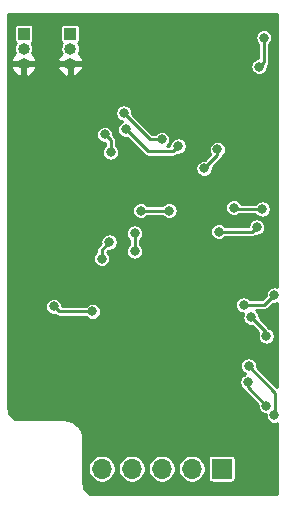
<source format=gbr>
%TF.GenerationSoftware,KiCad,Pcbnew,(5.1.6)-1*%
%TF.CreationDate,2021-06-22T07:47:15-05:00*%
%TF.ProjectId,Sapphire_AnalogMic,53617070-6869-4726-955f-416e616c6f67,rev?*%
%TF.SameCoordinates,Original*%
%TF.FileFunction,Copper,L2,Bot*%
%TF.FilePolarity,Positive*%
%FSLAX46Y46*%
G04 Gerber Fmt 4.6, Leading zero omitted, Abs format (unit mm)*
G04 Created by KiCad (PCBNEW (5.1.6)-1) date 2021-06-22 07:47:15*
%MOMM*%
%LPD*%
G01*
G04 APERTURE LIST*
%TA.AperFunction,ComponentPad*%
%ADD10O,1.000000X1.000000*%
%TD*%
%TA.AperFunction,ComponentPad*%
%ADD11R,1.000000X1.000000*%
%TD*%
%TA.AperFunction,ComponentPad*%
%ADD12O,1.700000X1.700000*%
%TD*%
%TA.AperFunction,ComponentPad*%
%ADD13R,1.700000X1.700000*%
%TD*%
%TA.AperFunction,ViaPad*%
%ADD14C,0.800000*%
%TD*%
%TA.AperFunction,ViaPad*%
%ADD15C,0.381000*%
%TD*%
%TA.AperFunction,Conductor*%
%ADD16C,0.250000*%
%TD*%
%TA.AperFunction,Conductor*%
%ADD17C,0.254000*%
%TD*%
G04 APERTURE END LIST*
D10*
%TO.P,J103,3*%
%TO.N,GNDA*%
X110871000Y-97790000D03*
%TO.P,J103,2*%
%TO.N,/MIC_OUT+*%
X110871000Y-96520000D03*
D11*
%TO.P,J103,1*%
%TO.N,+3V0*%
X110871000Y-95250000D03*
%TD*%
D10*
%TO.P,J102,3*%
%TO.N,GNDA*%
X114808000Y-97790000D03*
%TO.P,J102,2*%
%TO.N,Net-(J102-Pad2)*%
X114808000Y-96520000D03*
D11*
%TO.P,J102,1*%
%TO.N,+3V0*%
X114808000Y-95250000D03*
%TD*%
D12*
%TO.P,J101,5*%
%TO.N,/I2C_SDA*%
X117475000Y-132080000D03*
%TO.P,J101,4*%
%TO.N,/I2C_SCL*%
X120015000Y-132080000D03*
%TO.P,J101,3*%
%TO.N,/PGND*%
X122555000Y-132080000D03*
%TO.P,J101,2*%
%TO.N,/FILTER_CLOCK*%
X125095000Y-132080000D03*
D13*
%TO.P,J101,1*%
%TO.N,/P3V3*%
X127635000Y-132080000D03*
%TD*%
D14*
%TO.N,GNDA*%
X120650000Y-119380000D03*
X125095000Y-113665000D03*
X121220009Y-128045009D03*
X114033259Y-106135542D03*
X125604988Y-99538317D03*
X130810000Y-102235000D03*
X116205000Y-127000000D03*
X121673150Y-108614974D03*
X112680333Y-120357884D03*
X125730000Y-117729000D03*
X125730000Y-119697500D03*
X115380000Y-114668790D03*
X125285500Y-125730000D03*
X113030000Y-96520000D03*
X110490000Y-105410000D03*
X110490000Y-110490000D03*
X110490000Y-115570000D03*
X110490000Y-119380000D03*
X110490000Y-123190000D03*
X110490000Y-127000000D03*
X119380000Y-110490000D03*
X129540000Y-128270000D03*
X116840000Y-99060000D03*
X116840000Y-93980000D03*
X110490000Y-93980000D03*
X132080000Y-93980000D03*
X130810000Y-105410000D03*
X127000000Y-110490000D03*
X129540000Y-127000000D03*
X129540000Y-130810000D03*
X113792000Y-115570000D03*
X113792000Y-110490000D03*
X118110000Y-118364000D03*
X113538000Y-121920000D03*
X125984000Y-124206000D03*
X125095000Y-115189000D03*
X126365000Y-104140000D03*
X126873000Y-99314000D03*
X126302070Y-127826070D03*
X122682000Y-116459000D03*
X121920000Y-120523000D03*
X117475000Y-115697000D03*
X121539000Y-112141000D03*
X126873861Y-102371868D03*
X117470628Y-102811753D03*
X119009641Y-106661896D03*
D15*
X112395000Y-102870000D03*
X125857000Y-105537000D03*
D14*
X127508000Y-109347000D03*
D15*
X130683000Y-108585000D03*
X114935000Y-101727000D03*
X123850500Y-128117500D03*
X118745000Y-127000000D03*
X118745000Y-128270000D03*
X118745000Y-129540000D03*
D14*
%TO.N,+3.3VADC*%
X120269000Y-112141000D03*
X120269000Y-113665000D03*
X131206262Y-95592845D03*
X130810000Y-98044000D03*
%TO.N,+1V5*%
X123190000Y-110236000D03*
X120777000Y-110235998D03*
X119356420Y-101969645D03*
X126153437Y-106655640D03*
X122563456Y-104195703D03*
X127283313Y-105049000D03*
%TO.N,/FILTER_CLOCK*%
X131065422Y-110109000D03*
X128651000Y-109982000D03*
%TO.N,+3V0*%
X116700248Y-118757748D03*
X113411000Y-118332842D03*
%TO.N,/I2C_SDA*%
X132089990Y-127573556D03*
X129500404Y-118218110D03*
X129921000Y-123380498D03*
X132089990Y-117376452D03*
%TO.N,/I2C_SCL*%
X130131018Y-119278848D03*
X131418490Y-126767970D03*
X131408010Y-120863955D03*
X129857500Y-124760657D03*
%TO.N,/FILTER_IN*%
X117475000Y-114300000D03*
X118110000Y-112903000D03*
%TO.N,/FILTER_OUT*%
X123952000Y-104774384D03*
X119507001Y-103352800D03*
%TO.N,/FILT_SHDN*%
X127381000Y-112014000D03*
X130615411Y-111633000D03*
%TO.N,/MIC_OUT-*%
X117741056Y-103774506D03*
X118237000Y-105283020D03*
%TD*%
D16*
%TO.N,+3.3VADC*%
X120269000Y-112141000D02*
X120269000Y-113665000D01*
X131206262Y-97647738D02*
X130810000Y-98044000D01*
X131206262Y-95592845D02*
X131206262Y-97647738D01*
%TO.N,+1V5*%
X123253500Y-110236000D02*
X120777002Y-110236000D01*
X120777002Y-110236000D02*
X120777000Y-110235998D01*
X119356420Y-101969645D02*
X121582478Y-104195703D01*
X121582478Y-104195703D02*
X122563456Y-104195703D01*
X126153437Y-106655640D02*
X127283313Y-105525764D01*
X127283313Y-105525764D02*
X127283313Y-105049000D01*
%TO.N,/FILTER_CLOCK*%
X131065422Y-110109000D02*
X128778000Y-110109000D01*
X128778000Y-110109000D02*
X128651000Y-109982000D01*
%TO.N,+3V0*%
X113835906Y-118757748D02*
X113411000Y-118332842D01*
X116700248Y-118757748D02*
X113835906Y-118757748D01*
%TO.N,/I2C_SDA*%
X132182920Y-125642418D02*
X129921000Y-123380498D01*
X132089990Y-127573556D02*
X132182920Y-127480626D01*
X132182920Y-127480626D02*
X132182920Y-125642418D01*
X131248332Y-118218110D02*
X132089990Y-117376452D01*
X129500404Y-118218110D02*
X131248332Y-118218110D01*
%TO.N,/I2C_SCL*%
X131408010Y-120555840D02*
X131408010Y-120863955D01*
X130131018Y-119278848D02*
X131408010Y-120555840D01*
X131418490Y-126767970D02*
X129857500Y-125206980D01*
X129857500Y-125206980D02*
X129857500Y-124760657D01*
%TO.N,/FILTER_IN*%
X117475000Y-113538000D02*
X118110000Y-112903000D01*
X117475000Y-114300000D02*
X117475000Y-113538000D01*
%TO.N,/FILTER_OUT*%
X121373418Y-105219217D02*
X119507001Y-103352800D01*
X123507167Y-105219217D02*
X121373418Y-105219217D01*
X123952000Y-104774384D02*
X123507167Y-105219217D01*
%TO.N,/FILT_SHDN*%
X127381000Y-112014000D02*
X130234411Y-112014000D01*
X130234411Y-112014000D02*
X130615411Y-111633000D01*
%TO.N,/MIC_OUT-*%
X117741056Y-103774506D02*
X118237000Y-104270450D01*
X118237000Y-104270450D02*
X118237000Y-105283020D01*
%TD*%
D17*
%TO.N,GNDA*%
G36*
X132359800Y-100982442D02*
G01*
X132359801Y-100982452D01*
X132359801Y-116697848D01*
X132302981Y-116674313D01*
X132161908Y-116646252D01*
X132018072Y-116646252D01*
X131876999Y-116674313D01*
X131744111Y-116729357D01*
X131624515Y-116809269D01*
X131522807Y-116910977D01*
X131442895Y-117030573D01*
X131387851Y-117163461D01*
X131359790Y-117304534D01*
X131359790Y-117448370D01*
X131362201Y-117460491D01*
X131059783Y-117762910D01*
X130074453Y-117762910D01*
X130067587Y-117752635D01*
X129965879Y-117650927D01*
X129846283Y-117571015D01*
X129713395Y-117515971D01*
X129572322Y-117487910D01*
X129428486Y-117487910D01*
X129287413Y-117515971D01*
X129154525Y-117571015D01*
X129034929Y-117650927D01*
X128933221Y-117752635D01*
X128853309Y-117872231D01*
X128798265Y-118005119D01*
X128770204Y-118146192D01*
X128770204Y-118290028D01*
X128798265Y-118431101D01*
X128853309Y-118563989D01*
X128933221Y-118683585D01*
X129034929Y-118785293D01*
X129154525Y-118865205D01*
X129287413Y-118920249D01*
X129428486Y-118948310D01*
X129477569Y-118948310D01*
X129428879Y-119065857D01*
X129400818Y-119206930D01*
X129400818Y-119350766D01*
X129428879Y-119491839D01*
X129483923Y-119624727D01*
X129563835Y-119744323D01*
X129665543Y-119846031D01*
X129785139Y-119925943D01*
X129918027Y-119980987D01*
X130059100Y-120009048D01*
X130202936Y-120009048D01*
X130215058Y-120006637D01*
X130750834Y-120542414D01*
X130705871Y-120650964D01*
X130677810Y-120792037D01*
X130677810Y-120935873D01*
X130705871Y-121076946D01*
X130760915Y-121209834D01*
X130840827Y-121329430D01*
X130942535Y-121431138D01*
X131062131Y-121511050D01*
X131195019Y-121566094D01*
X131336092Y-121594155D01*
X131479928Y-121594155D01*
X131621001Y-121566094D01*
X131753889Y-121511050D01*
X131873485Y-121431138D01*
X131975193Y-121329430D01*
X132055105Y-121209834D01*
X132110149Y-121076946D01*
X132138210Y-120935873D01*
X132138210Y-120792037D01*
X132110149Y-120650964D01*
X132055105Y-120518076D01*
X131975193Y-120398480D01*
X131873485Y-120296772D01*
X131753889Y-120216860D01*
X131683711Y-120187792D01*
X130858807Y-119362888D01*
X130861218Y-119350766D01*
X130861218Y-119206930D01*
X130833157Y-119065857D01*
X130778113Y-118932969D01*
X130698201Y-118813373D01*
X130596493Y-118711665D01*
X130539091Y-118673310D01*
X131225983Y-118673310D01*
X131248332Y-118675511D01*
X131270681Y-118673310D01*
X131270689Y-118673310D01*
X131337567Y-118666723D01*
X131423372Y-118640694D01*
X131502451Y-118598426D01*
X131571764Y-118541542D01*
X131586020Y-118524171D01*
X132005951Y-118104241D01*
X132018072Y-118106652D01*
X132161908Y-118106652D01*
X132302981Y-118078591D01*
X132359800Y-118055056D01*
X132359800Y-125175548D01*
X130648789Y-123464538D01*
X130651200Y-123452416D01*
X130651200Y-123308580D01*
X130623139Y-123167507D01*
X130568095Y-123034619D01*
X130488183Y-122915023D01*
X130386475Y-122813315D01*
X130266879Y-122733403D01*
X130133991Y-122678359D01*
X129992918Y-122650298D01*
X129849082Y-122650298D01*
X129708009Y-122678359D01*
X129575121Y-122733403D01*
X129455525Y-122813315D01*
X129353817Y-122915023D01*
X129273905Y-123034619D01*
X129218861Y-123167507D01*
X129190800Y-123308580D01*
X129190800Y-123452416D01*
X129218861Y-123593489D01*
X129273905Y-123726377D01*
X129353817Y-123845973D01*
X129455525Y-123947681D01*
X129575121Y-124027593D01*
X129648070Y-124057810D01*
X129644509Y-124058518D01*
X129511621Y-124113562D01*
X129392025Y-124193474D01*
X129290317Y-124295182D01*
X129210405Y-124414778D01*
X129155361Y-124547666D01*
X129127300Y-124688739D01*
X129127300Y-124832575D01*
X129155361Y-124973648D01*
X129210405Y-125106536D01*
X129290317Y-125226132D01*
X129392025Y-125327840D01*
X129425206Y-125350011D01*
X129434916Y-125382019D01*
X129477184Y-125461098D01*
X129534068Y-125530412D01*
X129551439Y-125544668D01*
X130690701Y-126683931D01*
X130688290Y-126696052D01*
X130688290Y-126839888D01*
X130716351Y-126980961D01*
X130771395Y-127113849D01*
X130851307Y-127233445D01*
X130953015Y-127335153D01*
X131072611Y-127415065D01*
X131205499Y-127470109D01*
X131346572Y-127498170D01*
X131360480Y-127498170D01*
X131359790Y-127501638D01*
X131359790Y-127645474D01*
X131387851Y-127786547D01*
X131442895Y-127919435D01*
X131522807Y-128039031D01*
X131624515Y-128140739D01*
X131744111Y-128220651D01*
X131876999Y-128275695D01*
X132018072Y-128303756D01*
X132161908Y-128303756D01*
X132302981Y-128275695D01*
X132359800Y-128252160D01*
X132359800Y-134264800D01*
X116857375Y-134264800D01*
X116662646Y-134245707D01*
X116492046Y-134194199D01*
X116334700Y-134110537D01*
X116196603Y-133997908D01*
X116083006Y-133860593D01*
X115998251Y-133703843D01*
X115945552Y-133533601D01*
X115925200Y-133339958D01*
X115925200Y-131963760D01*
X116294800Y-131963760D01*
X116294800Y-132196240D01*
X116340155Y-132424252D01*
X116429121Y-132639034D01*
X116558279Y-132832333D01*
X116722667Y-132996721D01*
X116915966Y-133125879D01*
X117130748Y-133214845D01*
X117358760Y-133260200D01*
X117591240Y-133260200D01*
X117819252Y-133214845D01*
X118034034Y-133125879D01*
X118227333Y-132996721D01*
X118391721Y-132832333D01*
X118520879Y-132639034D01*
X118609845Y-132424252D01*
X118655200Y-132196240D01*
X118655200Y-131963760D01*
X118834800Y-131963760D01*
X118834800Y-132196240D01*
X118880155Y-132424252D01*
X118969121Y-132639034D01*
X119098279Y-132832333D01*
X119262667Y-132996721D01*
X119455966Y-133125879D01*
X119670748Y-133214845D01*
X119898760Y-133260200D01*
X120131240Y-133260200D01*
X120359252Y-133214845D01*
X120574034Y-133125879D01*
X120767333Y-132996721D01*
X120931721Y-132832333D01*
X121060879Y-132639034D01*
X121149845Y-132424252D01*
X121195200Y-132196240D01*
X121195200Y-131963760D01*
X121374800Y-131963760D01*
X121374800Y-132196240D01*
X121420155Y-132424252D01*
X121509121Y-132639034D01*
X121638279Y-132832333D01*
X121802667Y-132996721D01*
X121995966Y-133125879D01*
X122210748Y-133214845D01*
X122438760Y-133260200D01*
X122671240Y-133260200D01*
X122899252Y-133214845D01*
X123114034Y-133125879D01*
X123307333Y-132996721D01*
X123471721Y-132832333D01*
X123600879Y-132639034D01*
X123689845Y-132424252D01*
X123735200Y-132196240D01*
X123735200Y-131963760D01*
X123914800Y-131963760D01*
X123914800Y-132196240D01*
X123960155Y-132424252D01*
X124049121Y-132639034D01*
X124178279Y-132832333D01*
X124342667Y-132996721D01*
X124535966Y-133125879D01*
X124750748Y-133214845D01*
X124978760Y-133260200D01*
X125211240Y-133260200D01*
X125439252Y-133214845D01*
X125654034Y-133125879D01*
X125847333Y-132996721D01*
X126011721Y-132832333D01*
X126140879Y-132639034D01*
X126229845Y-132424252D01*
X126275200Y-132196240D01*
X126275200Y-131963760D01*
X126229845Y-131735748D01*
X126140879Y-131520966D01*
X126011721Y-131327667D01*
X125914054Y-131230000D01*
X126453203Y-131230000D01*
X126453203Y-132930000D01*
X126459578Y-132994730D01*
X126478460Y-133056973D01*
X126509121Y-133114337D01*
X126550384Y-133164616D01*
X126600663Y-133205879D01*
X126658027Y-133236540D01*
X126720270Y-133255422D01*
X126785000Y-133261797D01*
X128485000Y-133261797D01*
X128549730Y-133255422D01*
X128611973Y-133236540D01*
X128669337Y-133205879D01*
X128719616Y-133164616D01*
X128760879Y-133114337D01*
X128791540Y-133056973D01*
X128810422Y-132994730D01*
X128816797Y-132930000D01*
X128816797Y-131230000D01*
X128810422Y-131165270D01*
X128791540Y-131103027D01*
X128760879Y-131045663D01*
X128719616Y-130995384D01*
X128669337Y-130954121D01*
X128611973Y-130923460D01*
X128549730Y-130904578D01*
X128485000Y-130898203D01*
X126785000Y-130898203D01*
X126720270Y-130904578D01*
X126658027Y-130923460D01*
X126600663Y-130954121D01*
X126550384Y-130995384D01*
X126509121Y-131045663D01*
X126478460Y-131103027D01*
X126459578Y-131165270D01*
X126453203Y-131230000D01*
X125914054Y-131230000D01*
X125847333Y-131163279D01*
X125654034Y-131034121D01*
X125439252Y-130945155D01*
X125211240Y-130899800D01*
X124978760Y-130899800D01*
X124750748Y-130945155D01*
X124535966Y-131034121D01*
X124342667Y-131163279D01*
X124178279Y-131327667D01*
X124049121Y-131520966D01*
X123960155Y-131735748D01*
X123914800Y-131963760D01*
X123735200Y-131963760D01*
X123689845Y-131735748D01*
X123600879Y-131520966D01*
X123471721Y-131327667D01*
X123307333Y-131163279D01*
X123114034Y-131034121D01*
X122899252Y-130945155D01*
X122671240Y-130899800D01*
X122438760Y-130899800D01*
X122210748Y-130945155D01*
X121995966Y-131034121D01*
X121802667Y-131163279D01*
X121638279Y-131327667D01*
X121509121Y-131520966D01*
X121420155Y-131735748D01*
X121374800Y-131963760D01*
X121195200Y-131963760D01*
X121149845Y-131735748D01*
X121060879Y-131520966D01*
X120931721Y-131327667D01*
X120767333Y-131163279D01*
X120574034Y-131034121D01*
X120359252Y-130945155D01*
X120131240Y-130899800D01*
X119898760Y-130899800D01*
X119670748Y-130945155D01*
X119455966Y-131034121D01*
X119262667Y-131163279D01*
X119098279Y-131327667D01*
X118969121Y-131520966D01*
X118880155Y-131735748D01*
X118834800Y-131963760D01*
X118655200Y-131963760D01*
X118609845Y-131735748D01*
X118520879Y-131520966D01*
X118391721Y-131327667D01*
X118227333Y-131163279D01*
X118034034Y-131034121D01*
X117819252Y-130945155D01*
X117591240Y-130899800D01*
X117358760Y-130899800D01*
X117130748Y-130945155D01*
X116915966Y-131034121D01*
X116722667Y-131163279D01*
X116558279Y-131327667D01*
X116429121Y-131520966D01*
X116340155Y-131735748D01*
X116294800Y-131963760D01*
X115925200Y-131963760D01*
X115925200Y-129522557D01*
X115923652Y-129506838D01*
X115923707Y-129498942D01*
X115923223Y-129494006D01*
X115897315Y-129247503D01*
X115890844Y-129215977D01*
X115884809Y-129184342D01*
X115883376Y-129179595D01*
X115810081Y-128942819D01*
X115797594Y-128913113D01*
X115785545Y-128883292D01*
X115783217Y-128878914D01*
X115783217Y-128878913D01*
X115783214Y-128878909D01*
X115665329Y-128660884D01*
X115647346Y-128634224D01*
X115629698Y-128607255D01*
X115626564Y-128603411D01*
X115468571Y-128412431D01*
X115445701Y-128389721D01*
X115423202Y-128366746D01*
X115419382Y-128363585D01*
X115227304Y-128206930D01*
X115200491Y-128189115D01*
X115173924Y-128170925D01*
X115169562Y-128168566D01*
X114950715Y-128052204D01*
X114920954Y-128039937D01*
X114891361Y-128027254D01*
X114886624Y-128025787D01*
X114649343Y-127954147D01*
X114617744Y-127947891D01*
X114586271Y-127941201D01*
X114581340Y-127940682D01*
X114334661Y-127916495D01*
X114334653Y-127916495D01*
X114317443Y-127914800D01*
X110507375Y-127914800D01*
X110312646Y-127895707D01*
X110142046Y-127844199D01*
X109984700Y-127760537D01*
X109846603Y-127647908D01*
X109733006Y-127510593D01*
X109648251Y-127353843D01*
X109595552Y-127183601D01*
X109575200Y-126989958D01*
X109575200Y-118260924D01*
X112680800Y-118260924D01*
X112680800Y-118404760D01*
X112708861Y-118545833D01*
X112763905Y-118678721D01*
X112843817Y-118798317D01*
X112945525Y-118900025D01*
X113065121Y-118979937D01*
X113198009Y-119034981D01*
X113339082Y-119063042D01*
X113482918Y-119063042D01*
X113495039Y-119060631D01*
X113498222Y-119063814D01*
X113512474Y-119081180D01*
X113529839Y-119095431D01*
X113581787Y-119138064D01*
X113660866Y-119180332D01*
X113746671Y-119206361D01*
X113835906Y-119215150D01*
X113858263Y-119212948D01*
X116126199Y-119212948D01*
X116133065Y-119223223D01*
X116234773Y-119324931D01*
X116354369Y-119404843D01*
X116487257Y-119459887D01*
X116628330Y-119487948D01*
X116772166Y-119487948D01*
X116913239Y-119459887D01*
X117046127Y-119404843D01*
X117165723Y-119324931D01*
X117267431Y-119223223D01*
X117347343Y-119103627D01*
X117402387Y-118970739D01*
X117430448Y-118829666D01*
X117430448Y-118685830D01*
X117402387Y-118544757D01*
X117347343Y-118411869D01*
X117267431Y-118292273D01*
X117165723Y-118190565D01*
X117046127Y-118110653D01*
X116913239Y-118055609D01*
X116772166Y-118027548D01*
X116628330Y-118027548D01*
X116487257Y-118055609D01*
X116354369Y-118110653D01*
X116234773Y-118190565D01*
X116133065Y-118292273D01*
X116126199Y-118302548D01*
X114141200Y-118302548D01*
X114141200Y-118260924D01*
X114113139Y-118119851D01*
X114058095Y-117986963D01*
X113978183Y-117867367D01*
X113876475Y-117765659D01*
X113756879Y-117685747D01*
X113623991Y-117630703D01*
X113482918Y-117602642D01*
X113339082Y-117602642D01*
X113198009Y-117630703D01*
X113065121Y-117685747D01*
X112945525Y-117765659D01*
X112843817Y-117867367D01*
X112763905Y-117986963D01*
X112708861Y-118119851D01*
X112680800Y-118260924D01*
X109575200Y-118260924D01*
X109575200Y-114228082D01*
X116744800Y-114228082D01*
X116744800Y-114371918D01*
X116772861Y-114512991D01*
X116827905Y-114645879D01*
X116907817Y-114765475D01*
X117009525Y-114867183D01*
X117129121Y-114947095D01*
X117262009Y-115002139D01*
X117403082Y-115030200D01*
X117546918Y-115030200D01*
X117687991Y-115002139D01*
X117820879Y-114947095D01*
X117940475Y-114867183D01*
X118042183Y-114765475D01*
X118122095Y-114645879D01*
X118177139Y-114512991D01*
X118205200Y-114371918D01*
X118205200Y-114228082D01*
X118177139Y-114087009D01*
X118122095Y-113954121D01*
X118042183Y-113834525D01*
X117940475Y-113732817D01*
X117930558Y-113726191D01*
X118025960Y-113630789D01*
X118038082Y-113633200D01*
X118181918Y-113633200D01*
X118322991Y-113605139D01*
X118455879Y-113550095D01*
X118575475Y-113470183D01*
X118677183Y-113368475D01*
X118757095Y-113248879D01*
X118812139Y-113115991D01*
X118840200Y-112974918D01*
X118840200Y-112831082D01*
X118812139Y-112690009D01*
X118757095Y-112557121D01*
X118677183Y-112437525D01*
X118575475Y-112335817D01*
X118455879Y-112255905D01*
X118322991Y-112200861D01*
X118181918Y-112172800D01*
X118038082Y-112172800D01*
X117897009Y-112200861D01*
X117764121Y-112255905D01*
X117644525Y-112335817D01*
X117542817Y-112437525D01*
X117462905Y-112557121D01*
X117407861Y-112690009D01*
X117379800Y-112831082D01*
X117379800Y-112974918D01*
X117382211Y-112987040D01*
X117168935Y-113200316D01*
X117151569Y-113214568D01*
X117094685Y-113283881D01*
X117075849Y-113319121D01*
X117052417Y-113362960D01*
X117026387Y-113448766D01*
X117017599Y-113538000D01*
X117019801Y-113560359D01*
X117019801Y-113725951D01*
X117009525Y-113732817D01*
X116907817Y-113834525D01*
X116827905Y-113954121D01*
X116772861Y-114087009D01*
X116744800Y-114228082D01*
X109575200Y-114228082D01*
X109575200Y-112069082D01*
X119538800Y-112069082D01*
X119538800Y-112212918D01*
X119566861Y-112353991D01*
X119621905Y-112486879D01*
X119701817Y-112606475D01*
X119803525Y-112708183D01*
X119813800Y-112715049D01*
X119813801Y-113090951D01*
X119803525Y-113097817D01*
X119701817Y-113199525D01*
X119621905Y-113319121D01*
X119566861Y-113452009D01*
X119538800Y-113593082D01*
X119538800Y-113736918D01*
X119566861Y-113877991D01*
X119621905Y-114010879D01*
X119701817Y-114130475D01*
X119803525Y-114232183D01*
X119923121Y-114312095D01*
X120056009Y-114367139D01*
X120197082Y-114395200D01*
X120340918Y-114395200D01*
X120481991Y-114367139D01*
X120614879Y-114312095D01*
X120734475Y-114232183D01*
X120836183Y-114130475D01*
X120916095Y-114010879D01*
X120971139Y-113877991D01*
X120999200Y-113736918D01*
X120999200Y-113593082D01*
X120971139Y-113452009D01*
X120916095Y-113319121D01*
X120836183Y-113199525D01*
X120734475Y-113097817D01*
X120724200Y-113090951D01*
X120724200Y-112715049D01*
X120734475Y-112708183D01*
X120836183Y-112606475D01*
X120916095Y-112486879D01*
X120971139Y-112353991D01*
X120999200Y-112212918D01*
X120999200Y-112069082D01*
X120973939Y-111942082D01*
X126650800Y-111942082D01*
X126650800Y-112085918D01*
X126678861Y-112226991D01*
X126733905Y-112359879D01*
X126813817Y-112479475D01*
X126915525Y-112581183D01*
X127035121Y-112661095D01*
X127168009Y-112716139D01*
X127309082Y-112744200D01*
X127452918Y-112744200D01*
X127593991Y-112716139D01*
X127726879Y-112661095D01*
X127846475Y-112581183D01*
X127948183Y-112479475D01*
X127955049Y-112469200D01*
X130212062Y-112469200D01*
X130234411Y-112471401D01*
X130256760Y-112469200D01*
X130256768Y-112469200D01*
X130323646Y-112462613D01*
X130409451Y-112436584D01*
X130488530Y-112394316D01*
X130529771Y-112360470D01*
X130543493Y-112363200D01*
X130687329Y-112363200D01*
X130828402Y-112335139D01*
X130961290Y-112280095D01*
X131080886Y-112200183D01*
X131182594Y-112098475D01*
X131262506Y-111978879D01*
X131317550Y-111845991D01*
X131345611Y-111704918D01*
X131345611Y-111561082D01*
X131317550Y-111420009D01*
X131262506Y-111287121D01*
X131182594Y-111167525D01*
X131080886Y-111065817D01*
X130961290Y-110985905D01*
X130828402Y-110930861D01*
X130687329Y-110902800D01*
X130543493Y-110902800D01*
X130402420Y-110930861D01*
X130269532Y-110985905D01*
X130149936Y-111065817D01*
X130048228Y-111167525D01*
X129968316Y-111287121D01*
X129913272Y-111420009D01*
X129885665Y-111558800D01*
X127955049Y-111558800D01*
X127948183Y-111548525D01*
X127846475Y-111446817D01*
X127726879Y-111366905D01*
X127593991Y-111311861D01*
X127452918Y-111283800D01*
X127309082Y-111283800D01*
X127168009Y-111311861D01*
X127035121Y-111366905D01*
X126915525Y-111446817D01*
X126813817Y-111548525D01*
X126733905Y-111668121D01*
X126678861Y-111801009D01*
X126650800Y-111942082D01*
X120973939Y-111942082D01*
X120971139Y-111928009D01*
X120916095Y-111795121D01*
X120836183Y-111675525D01*
X120734475Y-111573817D01*
X120614879Y-111493905D01*
X120481991Y-111438861D01*
X120340918Y-111410800D01*
X120197082Y-111410800D01*
X120056009Y-111438861D01*
X119923121Y-111493905D01*
X119803525Y-111573817D01*
X119701817Y-111675525D01*
X119621905Y-111795121D01*
X119566861Y-111928009D01*
X119538800Y-112069082D01*
X109575200Y-112069082D01*
X109575200Y-110164080D01*
X120046800Y-110164080D01*
X120046800Y-110307916D01*
X120074861Y-110448989D01*
X120129905Y-110581877D01*
X120209817Y-110701473D01*
X120311525Y-110803181D01*
X120431121Y-110883093D01*
X120564009Y-110938137D01*
X120705082Y-110966198D01*
X120848918Y-110966198D01*
X120989991Y-110938137D01*
X121122879Y-110883093D01*
X121242475Y-110803181D01*
X121344183Y-110701473D01*
X121351047Y-110691200D01*
X122615951Y-110691200D01*
X122622817Y-110701475D01*
X122724525Y-110803183D01*
X122844121Y-110883095D01*
X122977009Y-110938139D01*
X123118082Y-110966200D01*
X123261918Y-110966200D01*
X123402991Y-110938139D01*
X123535879Y-110883095D01*
X123655475Y-110803183D01*
X123757183Y-110701475D01*
X123837095Y-110581879D01*
X123892139Y-110448991D01*
X123920200Y-110307918D01*
X123920200Y-110164082D01*
X123892139Y-110023009D01*
X123845364Y-109910082D01*
X127920800Y-109910082D01*
X127920800Y-110053918D01*
X127948861Y-110194991D01*
X128003905Y-110327879D01*
X128083817Y-110447475D01*
X128185525Y-110549183D01*
X128305121Y-110629095D01*
X128438009Y-110684139D01*
X128579082Y-110712200D01*
X128722918Y-110712200D01*
X128863991Y-110684139D01*
X128996879Y-110629095D01*
X129094001Y-110564200D01*
X130491373Y-110564200D01*
X130498239Y-110574475D01*
X130599947Y-110676183D01*
X130719543Y-110756095D01*
X130852431Y-110811139D01*
X130993504Y-110839200D01*
X131137340Y-110839200D01*
X131278413Y-110811139D01*
X131411301Y-110756095D01*
X131530897Y-110676183D01*
X131632605Y-110574475D01*
X131712517Y-110454879D01*
X131767561Y-110321991D01*
X131795622Y-110180918D01*
X131795622Y-110037082D01*
X131767561Y-109896009D01*
X131712517Y-109763121D01*
X131632605Y-109643525D01*
X131530897Y-109541817D01*
X131411301Y-109461905D01*
X131278413Y-109406861D01*
X131137340Y-109378800D01*
X130993504Y-109378800D01*
X130852431Y-109406861D01*
X130719543Y-109461905D01*
X130599947Y-109541817D01*
X130498239Y-109643525D01*
X130491373Y-109653800D01*
X129305418Y-109653800D01*
X129298095Y-109636121D01*
X129218183Y-109516525D01*
X129116475Y-109414817D01*
X128996879Y-109334905D01*
X128863991Y-109279861D01*
X128722918Y-109251800D01*
X128579082Y-109251800D01*
X128438009Y-109279861D01*
X128305121Y-109334905D01*
X128185525Y-109414817D01*
X128083817Y-109516525D01*
X128003905Y-109636121D01*
X127948861Y-109769009D01*
X127920800Y-109910082D01*
X123845364Y-109910082D01*
X123837095Y-109890121D01*
X123757183Y-109770525D01*
X123655475Y-109668817D01*
X123535879Y-109588905D01*
X123402991Y-109533861D01*
X123261918Y-109505800D01*
X123118082Y-109505800D01*
X122977009Y-109533861D01*
X122844121Y-109588905D01*
X122724525Y-109668817D01*
X122622817Y-109770525D01*
X122615951Y-109780800D01*
X121351050Y-109780800D01*
X121344183Y-109770523D01*
X121242475Y-109668815D01*
X121122879Y-109588903D01*
X120989991Y-109533859D01*
X120848918Y-109505798D01*
X120705082Y-109505798D01*
X120564009Y-109533859D01*
X120431121Y-109588903D01*
X120311525Y-109668815D01*
X120209817Y-109770523D01*
X120129905Y-109890119D01*
X120074861Y-110023007D01*
X120046800Y-110164080D01*
X109575200Y-110164080D01*
X109575200Y-106583722D01*
X125423237Y-106583722D01*
X125423237Y-106727558D01*
X125451298Y-106868631D01*
X125506342Y-107001519D01*
X125586254Y-107121115D01*
X125687962Y-107222823D01*
X125807558Y-107302735D01*
X125940446Y-107357779D01*
X126081519Y-107385840D01*
X126225355Y-107385840D01*
X126366428Y-107357779D01*
X126499316Y-107302735D01*
X126618912Y-107222823D01*
X126720620Y-107121115D01*
X126800532Y-107001519D01*
X126855576Y-106868631D01*
X126883637Y-106727558D01*
X126883637Y-106583722D01*
X126881226Y-106571600D01*
X127589380Y-105863447D01*
X127606745Y-105849196D01*
X127663629Y-105779883D01*
X127691174Y-105728350D01*
X127705897Y-105700805D01*
X127727189Y-105630615D01*
X127748788Y-105616183D01*
X127850496Y-105514475D01*
X127930408Y-105394879D01*
X127985452Y-105261991D01*
X128013513Y-105120918D01*
X128013513Y-104977082D01*
X127985452Y-104836009D01*
X127930408Y-104703121D01*
X127850496Y-104583525D01*
X127748788Y-104481817D01*
X127629192Y-104401905D01*
X127496304Y-104346861D01*
X127355231Y-104318800D01*
X127211395Y-104318800D01*
X127070322Y-104346861D01*
X126937434Y-104401905D01*
X126817838Y-104481817D01*
X126716130Y-104583525D01*
X126636218Y-104703121D01*
X126581174Y-104836009D01*
X126553113Y-104977082D01*
X126553113Y-105120918D01*
X126581174Y-105261991D01*
X126636218Y-105394879D01*
X126689983Y-105475344D01*
X126237477Y-105927851D01*
X126225355Y-105925440D01*
X126081519Y-105925440D01*
X125940446Y-105953501D01*
X125807558Y-106008545D01*
X125687962Y-106088457D01*
X125586254Y-106190165D01*
X125506342Y-106309761D01*
X125451298Y-106442649D01*
X125423237Y-106583722D01*
X109575200Y-106583722D01*
X109575200Y-103702588D01*
X117010856Y-103702588D01*
X117010856Y-103846424D01*
X117038917Y-103987497D01*
X117093961Y-104120385D01*
X117173873Y-104239981D01*
X117275581Y-104341689D01*
X117395177Y-104421601D01*
X117528065Y-104476645D01*
X117669138Y-104504706D01*
X117781800Y-104504706D01*
X117781800Y-104708971D01*
X117771525Y-104715837D01*
X117669817Y-104817545D01*
X117589905Y-104937141D01*
X117534861Y-105070029D01*
X117506800Y-105211102D01*
X117506800Y-105354938D01*
X117534861Y-105496011D01*
X117589905Y-105628899D01*
X117669817Y-105748495D01*
X117771525Y-105850203D01*
X117891121Y-105930115D01*
X118024009Y-105985159D01*
X118165082Y-106013220D01*
X118308918Y-106013220D01*
X118449991Y-105985159D01*
X118582879Y-105930115D01*
X118702475Y-105850203D01*
X118804183Y-105748495D01*
X118884095Y-105628899D01*
X118939139Y-105496011D01*
X118967200Y-105354938D01*
X118967200Y-105211102D01*
X118939139Y-105070029D01*
X118884095Y-104937141D01*
X118804183Y-104817545D01*
X118702475Y-104715837D01*
X118692200Y-104708971D01*
X118692200Y-104292807D01*
X118694402Y-104270450D01*
X118685613Y-104181215D01*
X118659584Y-104095410D01*
X118617316Y-104016331D01*
X118574683Y-103964383D01*
X118560432Y-103947018D01*
X118543067Y-103932767D01*
X118468845Y-103858545D01*
X118471256Y-103846424D01*
X118471256Y-103702588D01*
X118443195Y-103561515D01*
X118388151Y-103428627D01*
X118308239Y-103309031D01*
X118206531Y-103207323D01*
X118086935Y-103127411D01*
X117954047Y-103072367D01*
X117812974Y-103044306D01*
X117669138Y-103044306D01*
X117528065Y-103072367D01*
X117395177Y-103127411D01*
X117275581Y-103207323D01*
X117173873Y-103309031D01*
X117093961Y-103428627D01*
X117038917Y-103561515D01*
X117010856Y-103702588D01*
X109575200Y-103702588D01*
X109575200Y-101897727D01*
X118626220Y-101897727D01*
X118626220Y-102041563D01*
X118654281Y-102182636D01*
X118709325Y-102315524D01*
X118789237Y-102435120D01*
X118890945Y-102536828D01*
X119010541Y-102616740D01*
X119143429Y-102671784D01*
X119210707Y-102685166D01*
X119161122Y-102705705D01*
X119041526Y-102785617D01*
X118939818Y-102887325D01*
X118859906Y-103006921D01*
X118804862Y-103139809D01*
X118776801Y-103280882D01*
X118776801Y-103424718D01*
X118804862Y-103565791D01*
X118859906Y-103698679D01*
X118939818Y-103818275D01*
X119041526Y-103919983D01*
X119161122Y-103999895D01*
X119294010Y-104054939D01*
X119435083Y-104083000D01*
X119578919Y-104083000D01*
X119591041Y-104080589D01*
X121035734Y-105525283D01*
X121049986Y-105542649D01*
X121119299Y-105599533D01*
X121198378Y-105641801D01*
X121284183Y-105667830D01*
X121351061Y-105674417D01*
X121351068Y-105674417D01*
X121373417Y-105676618D01*
X121395766Y-105674417D01*
X123484818Y-105674417D01*
X123507167Y-105676618D01*
X123529516Y-105674417D01*
X123529524Y-105674417D01*
X123596402Y-105667830D01*
X123682207Y-105641801D01*
X123761286Y-105599533D01*
X123830599Y-105542649D01*
X123844855Y-105525278D01*
X123867960Y-105502173D01*
X123880082Y-105504584D01*
X124023918Y-105504584D01*
X124164991Y-105476523D01*
X124297879Y-105421479D01*
X124417475Y-105341567D01*
X124519183Y-105239859D01*
X124599095Y-105120263D01*
X124654139Y-104987375D01*
X124682200Y-104846302D01*
X124682200Y-104702466D01*
X124654139Y-104561393D01*
X124599095Y-104428505D01*
X124519183Y-104308909D01*
X124417475Y-104207201D01*
X124297879Y-104127289D01*
X124164991Y-104072245D01*
X124023918Y-104044184D01*
X123880082Y-104044184D01*
X123739009Y-104072245D01*
X123606121Y-104127289D01*
X123486525Y-104207201D01*
X123384817Y-104308909D01*
X123304905Y-104428505D01*
X123249861Y-104561393D01*
X123221800Y-104702466D01*
X123221800Y-104764017D01*
X123027238Y-104764017D01*
X123028931Y-104762886D01*
X123130639Y-104661178D01*
X123210551Y-104541582D01*
X123265595Y-104408694D01*
X123293656Y-104267621D01*
X123293656Y-104123785D01*
X123265595Y-103982712D01*
X123210551Y-103849824D01*
X123130639Y-103730228D01*
X123028931Y-103628520D01*
X122909335Y-103548608D01*
X122776447Y-103493564D01*
X122635374Y-103465503D01*
X122491538Y-103465503D01*
X122350465Y-103493564D01*
X122217577Y-103548608D01*
X122097981Y-103628520D01*
X121996273Y-103730228D01*
X121989407Y-103740503D01*
X121771028Y-103740503D01*
X120084209Y-102053685D01*
X120086620Y-102041563D01*
X120086620Y-101897727D01*
X120058559Y-101756654D01*
X120003515Y-101623766D01*
X119923603Y-101504170D01*
X119821895Y-101402462D01*
X119702299Y-101322550D01*
X119569411Y-101267506D01*
X119428338Y-101239445D01*
X119284502Y-101239445D01*
X119143429Y-101267506D01*
X119010541Y-101322550D01*
X118890945Y-101402462D01*
X118789237Y-101504170D01*
X118709325Y-101623766D01*
X118654281Y-101756654D01*
X118626220Y-101897727D01*
X109575200Y-101897727D01*
X109575200Y-98091874D01*
X109776881Y-98091874D01*
X109793554Y-98146864D01*
X109883877Y-98350206D01*
X110012135Y-98532020D01*
X110173399Y-98685318D01*
X110361471Y-98804210D01*
X110569124Y-98884126D01*
X110744000Y-98759129D01*
X110744000Y-97917000D01*
X110998000Y-97917000D01*
X110998000Y-98759129D01*
X111172876Y-98884126D01*
X111380529Y-98804210D01*
X111568601Y-98685318D01*
X111729865Y-98532020D01*
X111858123Y-98350206D01*
X111948446Y-98146864D01*
X111965119Y-98091874D01*
X113713881Y-98091874D01*
X113730554Y-98146864D01*
X113820877Y-98350206D01*
X113949135Y-98532020D01*
X114110399Y-98685318D01*
X114298471Y-98804210D01*
X114506124Y-98884126D01*
X114681000Y-98759129D01*
X114681000Y-97917000D01*
X114935000Y-97917000D01*
X114935000Y-98759129D01*
X115109876Y-98884126D01*
X115317529Y-98804210D01*
X115505601Y-98685318D01*
X115666865Y-98532020D01*
X115795123Y-98350206D01*
X115885446Y-98146864D01*
X115902119Y-98091874D01*
X115815694Y-97972082D01*
X130079800Y-97972082D01*
X130079800Y-98115918D01*
X130107861Y-98256991D01*
X130162905Y-98389879D01*
X130242817Y-98509475D01*
X130344525Y-98611183D01*
X130464121Y-98691095D01*
X130597009Y-98746139D01*
X130738082Y-98774200D01*
X130881918Y-98774200D01*
X131022991Y-98746139D01*
X131155879Y-98691095D01*
X131275475Y-98611183D01*
X131377183Y-98509475D01*
X131457095Y-98389879D01*
X131512139Y-98256991D01*
X131540200Y-98115918D01*
X131540200Y-97972082D01*
X131538004Y-97961044D01*
X131586578Y-97901857D01*
X131628846Y-97822778D01*
X131654875Y-97736973D01*
X131661462Y-97670095D01*
X131661462Y-97670088D01*
X131663663Y-97647739D01*
X131661462Y-97625390D01*
X131661462Y-96166894D01*
X131671737Y-96160028D01*
X131773445Y-96058320D01*
X131853357Y-95938724D01*
X131908401Y-95805836D01*
X131936462Y-95664763D01*
X131936462Y-95520927D01*
X131908401Y-95379854D01*
X131853357Y-95246966D01*
X131773445Y-95127370D01*
X131671737Y-95025662D01*
X131552141Y-94945750D01*
X131419253Y-94890706D01*
X131278180Y-94862645D01*
X131134344Y-94862645D01*
X130993271Y-94890706D01*
X130860383Y-94945750D01*
X130740787Y-95025662D01*
X130639079Y-95127370D01*
X130559167Y-95246966D01*
X130504123Y-95379854D01*
X130476062Y-95520927D01*
X130476062Y-95664763D01*
X130504123Y-95805836D01*
X130559167Y-95938724D01*
X130639079Y-96058320D01*
X130740787Y-96160028D01*
X130751062Y-96166894D01*
X130751063Y-97313800D01*
X130738082Y-97313800D01*
X130597009Y-97341861D01*
X130464121Y-97396905D01*
X130344525Y-97476817D01*
X130242817Y-97578525D01*
X130162905Y-97698121D01*
X130107861Y-97831009D01*
X130079800Y-97972082D01*
X115815694Y-97972082D01*
X115775954Y-97917000D01*
X114935000Y-97917000D01*
X114681000Y-97917000D01*
X113840046Y-97917000D01*
X113713881Y-98091874D01*
X111965119Y-98091874D01*
X111838954Y-97917000D01*
X110998000Y-97917000D01*
X110744000Y-97917000D01*
X109903046Y-97917000D01*
X109776881Y-98091874D01*
X109575200Y-98091874D01*
X109575200Y-97488126D01*
X109776881Y-97488126D01*
X109903046Y-97663000D01*
X110744000Y-97663000D01*
X110744000Y-97643000D01*
X110998000Y-97643000D01*
X110998000Y-97663000D01*
X111838954Y-97663000D01*
X111965119Y-97488126D01*
X113713881Y-97488126D01*
X113840046Y-97663000D01*
X114681000Y-97663000D01*
X114681000Y-97643000D01*
X114935000Y-97643000D01*
X114935000Y-97663000D01*
X115775954Y-97663000D01*
X115902119Y-97488126D01*
X115885446Y-97433136D01*
X115795123Y-97229794D01*
X115666865Y-97047980D01*
X115536495Y-96924050D01*
X115543714Y-96913247D01*
X115606296Y-96762160D01*
X115638200Y-96601768D01*
X115638200Y-96438232D01*
X115606296Y-96277840D01*
X115543714Y-96126753D01*
X115480529Y-96032190D01*
X115492337Y-96025879D01*
X115542616Y-95984616D01*
X115583879Y-95934337D01*
X115614540Y-95876973D01*
X115633422Y-95814730D01*
X115639797Y-95750000D01*
X115639797Y-94750000D01*
X115633422Y-94685270D01*
X115614540Y-94623027D01*
X115583879Y-94565663D01*
X115542616Y-94515384D01*
X115492337Y-94474121D01*
X115434973Y-94443460D01*
X115372730Y-94424578D01*
X115308000Y-94418203D01*
X114308000Y-94418203D01*
X114243270Y-94424578D01*
X114181027Y-94443460D01*
X114123663Y-94474121D01*
X114073384Y-94515384D01*
X114032121Y-94565663D01*
X114001460Y-94623027D01*
X113982578Y-94685270D01*
X113976203Y-94750000D01*
X113976203Y-95750000D01*
X113982578Y-95814730D01*
X114001460Y-95876973D01*
X114032121Y-95934337D01*
X114073384Y-95984616D01*
X114123663Y-96025879D01*
X114135471Y-96032190D01*
X114072286Y-96126753D01*
X114009704Y-96277840D01*
X113977800Y-96438232D01*
X113977800Y-96601768D01*
X114009704Y-96762160D01*
X114072286Y-96913247D01*
X114079505Y-96924050D01*
X113949135Y-97047980D01*
X113820877Y-97229794D01*
X113730554Y-97433136D01*
X113713881Y-97488126D01*
X111965119Y-97488126D01*
X111948446Y-97433136D01*
X111858123Y-97229794D01*
X111729865Y-97047980D01*
X111599495Y-96924050D01*
X111606714Y-96913247D01*
X111669296Y-96762160D01*
X111701200Y-96601768D01*
X111701200Y-96438232D01*
X111669296Y-96277840D01*
X111606714Y-96126753D01*
X111543529Y-96032190D01*
X111555337Y-96025879D01*
X111605616Y-95984616D01*
X111646879Y-95934337D01*
X111677540Y-95876973D01*
X111696422Y-95814730D01*
X111702797Y-95750000D01*
X111702797Y-94750000D01*
X111696422Y-94685270D01*
X111677540Y-94623027D01*
X111646879Y-94565663D01*
X111605616Y-94515384D01*
X111555337Y-94474121D01*
X111497973Y-94443460D01*
X111435730Y-94424578D01*
X111371000Y-94418203D01*
X110371000Y-94418203D01*
X110306270Y-94424578D01*
X110244027Y-94443460D01*
X110186663Y-94474121D01*
X110136384Y-94515384D01*
X110095121Y-94565663D01*
X110064460Y-94623027D01*
X110045578Y-94685270D01*
X110039203Y-94750000D01*
X110039203Y-95750000D01*
X110045578Y-95814730D01*
X110064460Y-95876973D01*
X110095121Y-95934337D01*
X110136384Y-95984616D01*
X110186663Y-96025879D01*
X110198471Y-96032190D01*
X110135286Y-96126753D01*
X110072704Y-96277840D01*
X110040800Y-96438232D01*
X110040800Y-96601768D01*
X110072704Y-96762160D01*
X110135286Y-96913247D01*
X110142505Y-96924050D01*
X110012135Y-97047980D01*
X109883877Y-97229794D01*
X109793554Y-97433136D01*
X109776881Y-97488126D01*
X109575200Y-97488126D01*
X109575200Y-93573200D01*
X132359801Y-93573200D01*
X132359800Y-100982442D01*
G37*
X132359800Y-100982442D02*
X132359801Y-100982452D01*
X132359801Y-116697848D01*
X132302981Y-116674313D01*
X132161908Y-116646252D01*
X132018072Y-116646252D01*
X131876999Y-116674313D01*
X131744111Y-116729357D01*
X131624515Y-116809269D01*
X131522807Y-116910977D01*
X131442895Y-117030573D01*
X131387851Y-117163461D01*
X131359790Y-117304534D01*
X131359790Y-117448370D01*
X131362201Y-117460491D01*
X131059783Y-117762910D01*
X130074453Y-117762910D01*
X130067587Y-117752635D01*
X129965879Y-117650927D01*
X129846283Y-117571015D01*
X129713395Y-117515971D01*
X129572322Y-117487910D01*
X129428486Y-117487910D01*
X129287413Y-117515971D01*
X129154525Y-117571015D01*
X129034929Y-117650927D01*
X128933221Y-117752635D01*
X128853309Y-117872231D01*
X128798265Y-118005119D01*
X128770204Y-118146192D01*
X128770204Y-118290028D01*
X128798265Y-118431101D01*
X128853309Y-118563989D01*
X128933221Y-118683585D01*
X129034929Y-118785293D01*
X129154525Y-118865205D01*
X129287413Y-118920249D01*
X129428486Y-118948310D01*
X129477569Y-118948310D01*
X129428879Y-119065857D01*
X129400818Y-119206930D01*
X129400818Y-119350766D01*
X129428879Y-119491839D01*
X129483923Y-119624727D01*
X129563835Y-119744323D01*
X129665543Y-119846031D01*
X129785139Y-119925943D01*
X129918027Y-119980987D01*
X130059100Y-120009048D01*
X130202936Y-120009048D01*
X130215058Y-120006637D01*
X130750834Y-120542414D01*
X130705871Y-120650964D01*
X130677810Y-120792037D01*
X130677810Y-120935873D01*
X130705871Y-121076946D01*
X130760915Y-121209834D01*
X130840827Y-121329430D01*
X130942535Y-121431138D01*
X131062131Y-121511050D01*
X131195019Y-121566094D01*
X131336092Y-121594155D01*
X131479928Y-121594155D01*
X131621001Y-121566094D01*
X131753889Y-121511050D01*
X131873485Y-121431138D01*
X131975193Y-121329430D01*
X132055105Y-121209834D01*
X132110149Y-121076946D01*
X132138210Y-120935873D01*
X132138210Y-120792037D01*
X132110149Y-120650964D01*
X132055105Y-120518076D01*
X131975193Y-120398480D01*
X131873485Y-120296772D01*
X131753889Y-120216860D01*
X131683711Y-120187792D01*
X130858807Y-119362888D01*
X130861218Y-119350766D01*
X130861218Y-119206930D01*
X130833157Y-119065857D01*
X130778113Y-118932969D01*
X130698201Y-118813373D01*
X130596493Y-118711665D01*
X130539091Y-118673310D01*
X131225983Y-118673310D01*
X131248332Y-118675511D01*
X131270681Y-118673310D01*
X131270689Y-118673310D01*
X131337567Y-118666723D01*
X131423372Y-118640694D01*
X131502451Y-118598426D01*
X131571764Y-118541542D01*
X131586020Y-118524171D01*
X132005951Y-118104241D01*
X132018072Y-118106652D01*
X132161908Y-118106652D01*
X132302981Y-118078591D01*
X132359800Y-118055056D01*
X132359800Y-125175548D01*
X130648789Y-123464538D01*
X130651200Y-123452416D01*
X130651200Y-123308580D01*
X130623139Y-123167507D01*
X130568095Y-123034619D01*
X130488183Y-122915023D01*
X130386475Y-122813315D01*
X130266879Y-122733403D01*
X130133991Y-122678359D01*
X129992918Y-122650298D01*
X129849082Y-122650298D01*
X129708009Y-122678359D01*
X129575121Y-122733403D01*
X129455525Y-122813315D01*
X129353817Y-122915023D01*
X129273905Y-123034619D01*
X129218861Y-123167507D01*
X129190800Y-123308580D01*
X129190800Y-123452416D01*
X129218861Y-123593489D01*
X129273905Y-123726377D01*
X129353817Y-123845973D01*
X129455525Y-123947681D01*
X129575121Y-124027593D01*
X129648070Y-124057810D01*
X129644509Y-124058518D01*
X129511621Y-124113562D01*
X129392025Y-124193474D01*
X129290317Y-124295182D01*
X129210405Y-124414778D01*
X129155361Y-124547666D01*
X129127300Y-124688739D01*
X129127300Y-124832575D01*
X129155361Y-124973648D01*
X129210405Y-125106536D01*
X129290317Y-125226132D01*
X129392025Y-125327840D01*
X129425206Y-125350011D01*
X129434916Y-125382019D01*
X129477184Y-125461098D01*
X129534068Y-125530412D01*
X129551439Y-125544668D01*
X130690701Y-126683931D01*
X130688290Y-126696052D01*
X130688290Y-126839888D01*
X130716351Y-126980961D01*
X130771395Y-127113849D01*
X130851307Y-127233445D01*
X130953015Y-127335153D01*
X131072611Y-127415065D01*
X131205499Y-127470109D01*
X131346572Y-127498170D01*
X131360480Y-127498170D01*
X131359790Y-127501638D01*
X131359790Y-127645474D01*
X131387851Y-127786547D01*
X131442895Y-127919435D01*
X131522807Y-128039031D01*
X131624515Y-128140739D01*
X131744111Y-128220651D01*
X131876999Y-128275695D01*
X132018072Y-128303756D01*
X132161908Y-128303756D01*
X132302981Y-128275695D01*
X132359800Y-128252160D01*
X132359800Y-134264800D01*
X116857375Y-134264800D01*
X116662646Y-134245707D01*
X116492046Y-134194199D01*
X116334700Y-134110537D01*
X116196603Y-133997908D01*
X116083006Y-133860593D01*
X115998251Y-133703843D01*
X115945552Y-133533601D01*
X115925200Y-133339958D01*
X115925200Y-131963760D01*
X116294800Y-131963760D01*
X116294800Y-132196240D01*
X116340155Y-132424252D01*
X116429121Y-132639034D01*
X116558279Y-132832333D01*
X116722667Y-132996721D01*
X116915966Y-133125879D01*
X117130748Y-133214845D01*
X117358760Y-133260200D01*
X117591240Y-133260200D01*
X117819252Y-133214845D01*
X118034034Y-133125879D01*
X118227333Y-132996721D01*
X118391721Y-132832333D01*
X118520879Y-132639034D01*
X118609845Y-132424252D01*
X118655200Y-132196240D01*
X118655200Y-131963760D01*
X118834800Y-131963760D01*
X118834800Y-132196240D01*
X118880155Y-132424252D01*
X118969121Y-132639034D01*
X119098279Y-132832333D01*
X119262667Y-132996721D01*
X119455966Y-133125879D01*
X119670748Y-133214845D01*
X119898760Y-133260200D01*
X120131240Y-133260200D01*
X120359252Y-133214845D01*
X120574034Y-133125879D01*
X120767333Y-132996721D01*
X120931721Y-132832333D01*
X121060879Y-132639034D01*
X121149845Y-132424252D01*
X121195200Y-132196240D01*
X121195200Y-131963760D01*
X121374800Y-131963760D01*
X121374800Y-132196240D01*
X121420155Y-132424252D01*
X121509121Y-132639034D01*
X121638279Y-132832333D01*
X121802667Y-132996721D01*
X121995966Y-133125879D01*
X122210748Y-133214845D01*
X122438760Y-133260200D01*
X122671240Y-133260200D01*
X122899252Y-133214845D01*
X123114034Y-133125879D01*
X123307333Y-132996721D01*
X123471721Y-132832333D01*
X123600879Y-132639034D01*
X123689845Y-132424252D01*
X123735200Y-132196240D01*
X123735200Y-131963760D01*
X123914800Y-131963760D01*
X123914800Y-132196240D01*
X123960155Y-132424252D01*
X124049121Y-132639034D01*
X124178279Y-132832333D01*
X124342667Y-132996721D01*
X124535966Y-133125879D01*
X124750748Y-133214845D01*
X124978760Y-133260200D01*
X125211240Y-133260200D01*
X125439252Y-133214845D01*
X125654034Y-133125879D01*
X125847333Y-132996721D01*
X126011721Y-132832333D01*
X126140879Y-132639034D01*
X126229845Y-132424252D01*
X126275200Y-132196240D01*
X126275200Y-131963760D01*
X126229845Y-131735748D01*
X126140879Y-131520966D01*
X126011721Y-131327667D01*
X125914054Y-131230000D01*
X126453203Y-131230000D01*
X126453203Y-132930000D01*
X126459578Y-132994730D01*
X126478460Y-133056973D01*
X126509121Y-133114337D01*
X126550384Y-133164616D01*
X126600663Y-133205879D01*
X126658027Y-133236540D01*
X126720270Y-133255422D01*
X126785000Y-133261797D01*
X128485000Y-133261797D01*
X128549730Y-133255422D01*
X128611973Y-133236540D01*
X128669337Y-133205879D01*
X128719616Y-133164616D01*
X128760879Y-133114337D01*
X128791540Y-133056973D01*
X128810422Y-132994730D01*
X128816797Y-132930000D01*
X128816797Y-131230000D01*
X128810422Y-131165270D01*
X128791540Y-131103027D01*
X128760879Y-131045663D01*
X128719616Y-130995384D01*
X128669337Y-130954121D01*
X128611973Y-130923460D01*
X128549730Y-130904578D01*
X128485000Y-130898203D01*
X126785000Y-130898203D01*
X126720270Y-130904578D01*
X126658027Y-130923460D01*
X126600663Y-130954121D01*
X126550384Y-130995384D01*
X126509121Y-131045663D01*
X126478460Y-131103027D01*
X126459578Y-131165270D01*
X126453203Y-131230000D01*
X125914054Y-131230000D01*
X125847333Y-131163279D01*
X125654034Y-131034121D01*
X125439252Y-130945155D01*
X125211240Y-130899800D01*
X124978760Y-130899800D01*
X124750748Y-130945155D01*
X124535966Y-131034121D01*
X124342667Y-131163279D01*
X124178279Y-131327667D01*
X124049121Y-131520966D01*
X123960155Y-131735748D01*
X123914800Y-131963760D01*
X123735200Y-131963760D01*
X123689845Y-131735748D01*
X123600879Y-131520966D01*
X123471721Y-131327667D01*
X123307333Y-131163279D01*
X123114034Y-131034121D01*
X122899252Y-130945155D01*
X122671240Y-130899800D01*
X122438760Y-130899800D01*
X122210748Y-130945155D01*
X121995966Y-131034121D01*
X121802667Y-131163279D01*
X121638279Y-131327667D01*
X121509121Y-131520966D01*
X121420155Y-131735748D01*
X121374800Y-131963760D01*
X121195200Y-131963760D01*
X121149845Y-131735748D01*
X121060879Y-131520966D01*
X120931721Y-131327667D01*
X120767333Y-131163279D01*
X120574034Y-131034121D01*
X120359252Y-130945155D01*
X120131240Y-130899800D01*
X119898760Y-130899800D01*
X119670748Y-130945155D01*
X119455966Y-131034121D01*
X119262667Y-131163279D01*
X119098279Y-131327667D01*
X118969121Y-131520966D01*
X118880155Y-131735748D01*
X118834800Y-131963760D01*
X118655200Y-131963760D01*
X118609845Y-131735748D01*
X118520879Y-131520966D01*
X118391721Y-131327667D01*
X118227333Y-131163279D01*
X118034034Y-131034121D01*
X117819252Y-130945155D01*
X117591240Y-130899800D01*
X117358760Y-130899800D01*
X117130748Y-130945155D01*
X116915966Y-131034121D01*
X116722667Y-131163279D01*
X116558279Y-131327667D01*
X116429121Y-131520966D01*
X116340155Y-131735748D01*
X116294800Y-131963760D01*
X115925200Y-131963760D01*
X115925200Y-129522557D01*
X115923652Y-129506838D01*
X115923707Y-129498942D01*
X115923223Y-129494006D01*
X115897315Y-129247503D01*
X115890844Y-129215977D01*
X115884809Y-129184342D01*
X115883376Y-129179595D01*
X115810081Y-128942819D01*
X115797594Y-128913113D01*
X115785545Y-128883292D01*
X115783217Y-128878914D01*
X115783217Y-128878913D01*
X115783214Y-128878909D01*
X115665329Y-128660884D01*
X115647346Y-128634224D01*
X115629698Y-128607255D01*
X115626564Y-128603411D01*
X115468571Y-128412431D01*
X115445701Y-128389721D01*
X115423202Y-128366746D01*
X115419382Y-128363585D01*
X115227304Y-128206930D01*
X115200491Y-128189115D01*
X115173924Y-128170925D01*
X115169562Y-128168566D01*
X114950715Y-128052204D01*
X114920954Y-128039937D01*
X114891361Y-128027254D01*
X114886624Y-128025787D01*
X114649343Y-127954147D01*
X114617744Y-127947891D01*
X114586271Y-127941201D01*
X114581340Y-127940682D01*
X114334661Y-127916495D01*
X114334653Y-127916495D01*
X114317443Y-127914800D01*
X110507375Y-127914800D01*
X110312646Y-127895707D01*
X110142046Y-127844199D01*
X109984700Y-127760537D01*
X109846603Y-127647908D01*
X109733006Y-127510593D01*
X109648251Y-127353843D01*
X109595552Y-127183601D01*
X109575200Y-126989958D01*
X109575200Y-118260924D01*
X112680800Y-118260924D01*
X112680800Y-118404760D01*
X112708861Y-118545833D01*
X112763905Y-118678721D01*
X112843817Y-118798317D01*
X112945525Y-118900025D01*
X113065121Y-118979937D01*
X113198009Y-119034981D01*
X113339082Y-119063042D01*
X113482918Y-119063042D01*
X113495039Y-119060631D01*
X113498222Y-119063814D01*
X113512474Y-119081180D01*
X113529839Y-119095431D01*
X113581787Y-119138064D01*
X113660866Y-119180332D01*
X113746671Y-119206361D01*
X113835906Y-119215150D01*
X113858263Y-119212948D01*
X116126199Y-119212948D01*
X116133065Y-119223223D01*
X116234773Y-119324931D01*
X116354369Y-119404843D01*
X116487257Y-119459887D01*
X116628330Y-119487948D01*
X116772166Y-119487948D01*
X116913239Y-119459887D01*
X117046127Y-119404843D01*
X117165723Y-119324931D01*
X117267431Y-119223223D01*
X117347343Y-119103627D01*
X117402387Y-118970739D01*
X117430448Y-118829666D01*
X117430448Y-118685830D01*
X117402387Y-118544757D01*
X117347343Y-118411869D01*
X117267431Y-118292273D01*
X117165723Y-118190565D01*
X117046127Y-118110653D01*
X116913239Y-118055609D01*
X116772166Y-118027548D01*
X116628330Y-118027548D01*
X116487257Y-118055609D01*
X116354369Y-118110653D01*
X116234773Y-118190565D01*
X116133065Y-118292273D01*
X116126199Y-118302548D01*
X114141200Y-118302548D01*
X114141200Y-118260924D01*
X114113139Y-118119851D01*
X114058095Y-117986963D01*
X113978183Y-117867367D01*
X113876475Y-117765659D01*
X113756879Y-117685747D01*
X113623991Y-117630703D01*
X113482918Y-117602642D01*
X113339082Y-117602642D01*
X113198009Y-117630703D01*
X113065121Y-117685747D01*
X112945525Y-117765659D01*
X112843817Y-117867367D01*
X112763905Y-117986963D01*
X112708861Y-118119851D01*
X112680800Y-118260924D01*
X109575200Y-118260924D01*
X109575200Y-114228082D01*
X116744800Y-114228082D01*
X116744800Y-114371918D01*
X116772861Y-114512991D01*
X116827905Y-114645879D01*
X116907817Y-114765475D01*
X117009525Y-114867183D01*
X117129121Y-114947095D01*
X117262009Y-115002139D01*
X117403082Y-115030200D01*
X117546918Y-115030200D01*
X117687991Y-115002139D01*
X117820879Y-114947095D01*
X117940475Y-114867183D01*
X118042183Y-114765475D01*
X118122095Y-114645879D01*
X118177139Y-114512991D01*
X118205200Y-114371918D01*
X118205200Y-114228082D01*
X118177139Y-114087009D01*
X118122095Y-113954121D01*
X118042183Y-113834525D01*
X117940475Y-113732817D01*
X117930558Y-113726191D01*
X118025960Y-113630789D01*
X118038082Y-113633200D01*
X118181918Y-113633200D01*
X118322991Y-113605139D01*
X118455879Y-113550095D01*
X118575475Y-113470183D01*
X118677183Y-113368475D01*
X118757095Y-113248879D01*
X118812139Y-113115991D01*
X118840200Y-112974918D01*
X118840200Y-112831082D01*
X118812139Y-112690009D01*
X118757095Y-112557121D01*
X118677183Y-112437525D01*
X118575475Y-112335817D01*
X118455879Y-112255905D01*
X118322991Y-112200861D01*
X118181918Y-112172800D01*
X118038082Y-112172800D01*
X117897009Y-112200861D01*
X117764121Y-112255905D01*
X117644525Y-112335817D01*
X117542817Y-112437525D01*
X117462905Y-112557121D01*
X117407861Y-112690009D01*
X117379800Y-112831082D01*
X117379800Y-112974918D01*
X117382211Y-112987040D01*
X117168935Y-113200316D01*
X117151569Y-113214568D01*
X117094685Y-113283881D01*
X117075849Y-113319121D01*
X117052417Y-113362960D01*
X117026387Y-113448766D01*
X117017599Y-113538000D01*
X117019801Y-113560359D01*
X117019801Y-113725951D01*
X117009525Y-113732817D01*
X116907817Y-113834525D01*
X116827905Y-113954121D01*
X116772861Y-114087009D01*
X116744800Y-114228082D01*
X109575200Y-114228082D01*
X109575200Y-112069082D01*
X119538800Y-112069082D01*
X119538800Y-112212918D01*
X119566861Y-112353991D01*
X119621905Y-112486879D01*
X119701817Y-112606475D01*
X119803525Y-112708183D01*
X119813800Y-112715049D01*
X119813801Y-113090951D01*
X119803525Y-113097817D01*
X119701817Y-113199525D01*
X119621905Y-113319121D01*
X119566861Y-113452009D01*
X119538800Y-113593082D01*
X119538800Y-113736918D01*
X119566861Y-113877991D01*
X119621905Y-114010879D01*
X119701817Y-114130475D01*
X119803525Y-114232183D01*
X119923121Y-114312095D01*
X120056009Y-114367139D01*
X120197082Y-114395200D01*
X120340918Y-114395200D01*
X120481991Y-114367139D01*
X120614879Y-114312095D01*
X120734475Y-114232183D01*
X120836183Y-114130475D01*
X120916095Y-114010879D01*
X120971139Y-113877991D01*
X120999200Y-113736918D01*
X120999200Y-113593082D01*
X120971139Y-113452009D01*
X120916095Y-113319121D01*
X120836183Y-113199525D01*
X120734475Y-113097817D01*
X120724200Y-113090951D01*
X120724200Y-112715049D01*
X120734475Y-112708183D01*
X120836183Y-112606475D01*
X120916095Y-112486879D01*
X120971139Y-112353991D01*
X120999200Y-112212918D01*
X120999200Y-112069082D01*
X120973939Y-111942082D01*
X126650800Y-111942082D01*
X126650800Y-112085918D01*
X126678861Y-112226991D01*
X126733905Y-112359879D01*
X126813817Y-112479475D01*
X126915525Y-112581183D01*
X127035121Y-112661095D01*
X127168009Y-112716139D01*
X127309082Y-112744200D01*
X127452918Y-112744200D01*
X127593991Y-112716139D01*
X127726879Y-112661095D01*
X127846475Y-112581183D01*
X127948183Y-112479475D01*
X127955049Y-112469200D01*
X130212062Y-112469200D01*
X130234411Y-112471401D01*
X130256760Y-112469200D01*
X130256768Y-112469200D01*
X130323646Y-112462613D01*
X130409451Y-112436584D01*
X130488530Y-112394316D01*
X130529771Y-112360470D01*
X130543493Y-112363200D01*
X130687329Y-112363200D01*
X130828402Y-112335139D01*
X130961290Y-112280095D01*
X131080886Y-112200183D01*
X131182594Y-112098475D01*
X131262506Y-111978879D01*
X131317550Y-111845991D01*
X131345611Y-111704918D01*
X131345611Y-111561082D01*
X131317550Y-111420009D01*
X131262506Y-111287121D01*
X131182594Y-111167525D01*
X131080886Y-111065817D01*
X130961290Y-110985905D01*
X130828402Y-110930861D01*
X130687329Y-110902800D01*
X130543493Y-110902800D01*
X130402420Y-110930861D01*
X130269532Y-110985905D01*
X130149936Y-111065817D01*
X130048228Y-111167525D01*
X129968316Y-111287121D01*
X129913272Y-111420009D01*
X129885665Y-111558800D01*
X127955049Y-111558800D01*
X127948183Y-111548525D01*
X127846475Y-111446817D01*
X127726879Y-111366905D01*
X127593991Y-111311861D01*
X127452918Y-111283800D01*
X127309082Y-111283800D01*
X127168009Y-111311861D01*
X127035121Y-111366905D01*
X126915525Y-111446817D01*
X126813817Y-111548525D01*
X126733905Y-111668121D01*
X126678861Y-111801009D01*
X126650800Y-111942082D01*
X120973939Y-111942082D01*
X120971139Y-111928009D01*
X120916095Y-111795121D01*
X120836183Y-111675525D01*
X120734475Y-111573817D01*
X120614879Y-111493905D01*
X120481991Y-111438861D01*
X120340918Y-111410800D01*
X120197082Y-111410800D01*
X120056009Y-111438861D01*
X119923121Y-111493905D01*
X119803525Y-111573817D01*
X119701817Y-111675525D01*
X119621905Y-111795121D01*
X119566861Y-111928009D01*
X119538800Y-112069082D01*
X109575200Y-112069082D01*
X109575200Y-110164080D01*
X120046800Y-110164080D01*
X120046800Y-110307916D01*
X120074861Y-110448989D01*
X120129905Y-110581877D01*
X120209817Y-110701473D01*
X120311525Y-110803181D01*
X120431121Y-110883093D01*
X120564009Y-110938137D01*
X120705082Y-110966198D01*
X120848918Y-110966198D01*
X120989991Y-110938137D01*
X121122879Y-110883093D01*
X121242475Y-110803181D01*
X121344183Y-110701473D01*
X121351047Y-110691200D01*
X122615951Y-110691200D01*
X122622817Y-110701475D01*
X122724525Y-110803183D01*
X122844121Y-110883095D01*
X122977009Y-110938139D01*
X123118082Y-110966200D01*
X123261918Y-110966200D01*
X123402991Y-110938139D01*
X123535879Y-110883095D01*
X123655475Y-110803183D01*
X123757183Y-110701475D01*
X123837095Y-110581879D01*
X123892139Y-110448991D01*
X123920200Y-110307918D01*
X123920200Y-110164082D01*
X123892139Y-110023009D01*
X123845364Y-109910082D01*
X127920800Y-109910082D01*
X127920800Y-110053918D01*
X127948861Y-110194991D01*
X128003905Y-110327879D01*
X128083817Y-110447475D01*
X128185525Y-110549183D01*
X128305121Y-110629095D01*
X128438009Y-110684139D01*
X128579082Y-110712200D01*
X128722918Y-110712200D01*
X128863991Y-110684139D01*
X128996879Y-110629095D01*
X129094001Y-110564200D01*
X130491373Y-110564200D01*
X130498239Y-110574475D01*
X130599947Y-110676183D01*
X130719543Y-110756095D01*
X130852431Y-110811139D01*
X130993504Y-110839200D01*
X131137340Y-110839200D01*
X131278413Y-110811139D01*
X131411301Y-110756095D01*
X131530897Y-110676183D01*
X131632605Y-110574475D01*
X131712517Y-110454879D01*
X131767561Y-110321991D01*
X131795622Y-110180918D01*
X131795622Y-110037082D01*
X131767561Y-109896009D01*
X131712517Y-109763121D01*
X131632605Y-109643525D01*
X131530897Y-109541817D01*
X131411301Y-109461905D01*
X131278413Y-109406861D01*
X131137340Y-109378800D01*
X130993504Y-109378800D01*
X130852431Y-109406861D01*
X130719543Y-109461905D01*
X130599947Y-109541817D01*
X130498239Y-109643525D01*
X130491373Y-109653800D01*
X129305418Y-109653800D01*
X129298095Y-109636121D01*
X129218183Y-109516525D01*
X129116475Y-109414817D01*
X128996879Y-109334905D01*
X128863991Y-109279861D01*
X128722918Y-109251800D01*
X128579082Y-109251800D01*
X128438009Y-109279861D01*
X128305121Y-109334905D01*
X128185525Y-109414817D01*
X128083817Y-109516525D01*
X128003905Y-109636121D01*
X127948861Y-109769009D01*
X127920800Y-109910082D01*
X123845364Y-109910082D01*
X123837095Y-109890121D01*
X123757183Y-109770525D01*
X123655475Y-109668817D01*
X123535879Y-109588905D01*
X123402991Y-109533861D01*
X123261918Y-109505800D01*
X123118082Y-109505800D01*
X122977009Y-109533861D01*
X122844121Y-109588905D01*
X122724525Y-109668817D01*
X122622817Y-109770525D01*
X122615951Y-109780800D01*
X121351050Y-109780800D01*
X121344183Y-109770523D01*
X121242475Y-109668815D01*
X121122879Y-109588903D01*
X120989991Y-109533859D01*
X120848918Y-109505798D01*
X120705082Y-109505798D01*
X120564009Y-109533859D01*
X120431121Y-109588903D01*
X120311525Y-109668815D01*
X120209817Y-109770523D01*
X120129905Y-109890119D01*
X120074861Y-110023007D01*
X120046800Y-110164080D01*
X109575200Y-110164080D01*
X109575200Y-106583722D01*
X125423237Y-106583722D01*
X125423237Y-106727558D01*
X125451298Y-106868631D01*
X125506342Y-107001519D01*
X125586254Y-107121115D01*
X125687962Y-107222823D01*
X125807558Y-107302735D01*
X125940446Y-107357779D01*
X126081519Y-107385840D01*
X126225355Y-107385840D01*
X126366428Y-107357779D01*
X126499316Y-107302735D01*
X126618912Y-107222823D01*
X126720620Y-107121115D01*
X126800532Y-107001519D01*
X126855576Y-106868631D01*
X126883637Y-106727558D01*
X126883637Y-106583722D01*
X126881226Y-106571600D01*
X127589380Y-105863447D01*
X127606745Y-105849196D01*
X127663629Y-105779883D01*
X127691174Y-105728350D01*
X127705897Y-105700805D01*
X127727189Y-105630615D01*
X127748788Y-105616183D01*
X127850496Y-105514475D01*
X127930408Y-105394879D01*
X127985452Y-105261991D01*
X128013513Y-105120918D01*
X128013513Y-104977082D01*
X127985452Y-104836009D01*
X127930408Y-104703121D01*
X127850496Y-104583525D01*
X127748788Y-104481817D01*
X127629192Y-104401905D01*
X127496304Y-104346861D01*
X127355231Y-104318800D01*
X127211395Y-104318800D01*
X127070322Y-104346861D01*
X126937434Y-104401905D01*
X126817838Y-104481817D01*
X126716130Y-104583525D01*
X126636218Y-104703121D01*
X126581174Y-104836009D01*
X126553113Y-104977082D01*
X126553113Y-105120918D01*
X126581174Y-105261991D01*
X126636218Y-105394879D01*
X126689983Y-105475344D01*
X126237477Y-105927851D01*
X126225355Y-105925440D01*
X126081519Y-105925440D01*
X125940446Y-105953501D01*
X125807558Y-106008545D01*
X125687962Y-106088457D01*
X125586254Y-106190165D01*
X125506342Y-106309761D01*
X125451298Y-106442649D01*
X125423237Y-106583722D01*
X109575200Y-106583722D01*
X109575200Y-103702588D01*
X117010856Y-103702588D01*
X117010856Y-103846424D01*
X117038917Y-103987497D01*
X117093961Y-104120385D01*
X117173873Y-104239981D01*
X117275581Y-104341689D01*
X117395177Y-104421601D01*
X117528065Y-104476645D01*
X117669138Y-104504706D01*
X117781800Y-104504706D01*
X117781800Y-104708971D01*
X117771525Y-104715837D01*
X117669817Y-104817545D01*
X117589905Y-104937141D01*
X117534861Y-105070029D01*
X117506800Y-105211102D01*
X117506800Y-105354938D01*
X117534861Y-105496011D01*
X117589905Y-105628899D01*
X117669817Y-105748495D01*
X117771525Y-105850203D01*
X117891121Y-105930115D01*
X118024009Y-105985159D01*
X118165082Y-106013220D01*
X118308918Y-106013220D01*
X118449991Y-105985159D01*
X118582879Y-105930115D01*
X118702475Y-105850203D01*
X118804183Y-105748495D01*
X118884095Y-105628899D01*
X118939139Y-105496011D01*
X118967200Y-105354938D01*
X118967200Y-105211102D01*
X118939139Y-105070029D01*
X118884095Y-104937141D01*
X118804183Y-104817545D01*
X118702475Y-104715837D01*
X118692200Y-104708971D01*
X118692200Y-104292807D01*
X118694402Y-104270450D01*
X118685613Y-104181215D01*
X118659584Y-104095410D01*
X118617316Y-104016331D01*
X118574683Y-103964383D01*
X118560432Y-103947018D01*
X118543067Y-103932767D01*
X118468845Y-103858545D01*
X118471256Y-103846424D01*
X118471256Y-103702588D01*
X118443195Y-103561515D01*
X118388151Y-103428627D01*
X118308239Y-103309031D01*
X118206531Y-103207323D01*
X118086935Y-103127411D01*
X117954047Y-103072367D01*
X117812974Y-103044306D01*
X117669138Y-103044306D01*
X117528065Y-103072367D01*
X117395177Y-103127411D01*
X117275581Y-103207323D01*
X117173873Y-103309031D01*
X117093961Y-103428627D01*
X117038917Y-103561515D01*
X117010856Y-103702588D01*
X109575200Y-103702588D01*
X109575200Y-101897727D01*
X118626220Y-101897727D01*
X118626220Y-102041563D01*
X118654281Y-102182636D01*
X118709325Y-102315524D01*
X118789237Y-102435120D01*
X118890945Y-102536828D01*
X119010541Y-102616740D01*
X119143429Y-102671784D01*
X119210707Y-102685166D01*
X119161122Y-102705705D01*
X119041526Y-102785617D01*
X118939818Y-102887325D01*
X118859906Y-103006921D01*
X118804862Y-103139809D01*
X118776801Y-103280882D01*
X118776801Y-103424718D01*
X118804862Y-103565791D01*
X118859906Y-103698679D01*
X118939818Y-103818275D01*
X119041526Y-103919983D01*
X119161122Y-103999895D01*
X119294010Y-104054939D01*
X119435083Y-104083000D01*
X119578919Y-104083000D01*
X119591041Y-104080589D01*
X121035734Y-105525283D01*
X121049986Y-105542649D01*
X121119299Y-105599533D01*
X121198378Y-105641801D01*
X121284183Y-105667830D01*
X121351061Y-105674417D01*
X121351068Y-105674417D01*
X121373417Y-105676618D01*
X121395766Y-105674417D01*
X123484818Y-105674417D01*
X123507167Y-105676618D01*
X123529516Y-105674417D01*
X123529524Y-105674417D01*
X123596402Y-105667830D01*
X123682207Y-105641801D01*
X123761286Y-105599533D01*
X123830599Y-105542649D01*
X123844855Y-105525278D01*
X123867960Y-105502173D01*
X123880082Y-105504584D01*
X124023918Y-105504584D01*
X124164991Y-105476523D01*
X124297879Y-105421479D01*
X124417475Y-105341567D01*
X124519183Y-105239859D01*
X124599095Y-105120263D01*
X124654139Y-104987375D01*
X124682200Y-104846302D01*
X124682200Y-104702466D01*
X124654139Y-104561393D01*
X124599095Y-104428505D01*
X124519183Y-104308909D01*
X124417475Y-104207201D01*
X124297879Y-104127289D01*
X124164991Y-104072245D01*
X124023918Y-104044184D01*
X123880082Y-104044184D01*
X123739009Y-104072245D01*
X123606121Y-104127289D01*
X123486525Y-104207201D01*
X123384817Y-104308909D01*
X123304905Y-104428505D01*
X123249861Y-104561393D01*
X123221800Y-104702466D01*
X123221800Y-104764017D01*
X123027238Y-104764017D01*
X123028931Y-104762886D01*
X123130639Y-104661178D01*
X123210551Y-104541582D01*
X123265595Y-104408694D01*
X123293656Y-104267621D01*
X123293656Y-104123785D01*
X123265595Y-103982712D01*
X123210551Y-103849824D01*
X123130639Y-103730228D01*
X123028931Y-103628520D01*
X122909335Y-103548608D01*
X122776447Y-103493564D01*
X122635374Y-103465503D01*
X122491538Y-103465503D01*
X122350465Y-103493564D01*
X122217577Y-103548608D01*
X122097981Y-103628520D01*
X121996273Y-103730228D01*
X121989407Y-103740503D01*
X121771028Y-103740503D01*
X120084209Y-102053685D01*
X120086620Y-102041563D01*
X120086620Y-101897727D01*
X120058559Y-101756654D01*
X120003515Y-101623766D01*
X119923603Y-101504170D01*
X119821895Y-101402462D01*
X119702299Y-101322550D01*
X119569411Y-101267506D01*
X119428338Y-101239445D01*
X119284502Y-101239445D01*
X119143429Y-101267506D01*
X119010541Y-101322550D01*
X118890945Y-101402462D01*
X118789237Y-101504170D01*
X118709325Y-101623766D01*
X118654281Y-101756654D01*
X118626220Y-101897727D01*
X109575200Y-101897727D01*
X109575200Y-98091874D01*
X109776881Y-98091874D01*
X109793554Y-98146864D01*
X109883877Y-98350206D01*
X110012135Y-98532020D01*
X110173399Y-98685318D01*
X110361471Y-98804210D01*
X110569124Y-98884126D01*
X110744000Y-98759129D01*
X110744000Y-97917000D01*
X110998000Y-97917000D01*
X110998000Y-98759129D01*
X111172876Y-98884126D01*
X111380529Y-98804210D01*
X111568601Y-98685318D01*
X111729865Y-98532020D01*
X111858123Y-98350206D01*
X111948446Y-98146864D01*
X111965119Y-98091874D01*
X113713881Y-98091874D01*
X113730554Y-98146864D01*
X113820877Y-98350206D01*
X113949135Y-98532020D01*
X114110399Y-98685318D01*
X114298471Y-98804210D01*
X114506124Y-98884126D01*
X114681000Y-98759129D01*
X114681000Y-97917000D01*
X114935000Y-97917000D01*
X114935000Y-98759129D01*
X115109876Y-98884126D01*
X115317529Y-98804210D01*
X115505601Y-98685318D01*
X115666865Y-98532020D01*
X115795123Y-98350206D01*
X115885446Y-98146864D01*
X115902119Y-98091874D01*
X115815694Y-97972082D01*
X130079800Y-97972082D01*
X130079800Y-98115918D01*
X130107861Y-98256991D01*
X130162905Y-98389879D01*
X130242817Y-98509475D01*
X130344525Y-98611183D01*
X130464121Y-98691095D01*
X130597009Y-98746139D01*
X130738082Y-98774200D01*
X130881918Y-98774200D01*
X131022991Y-98746139D01*
X131155879Y-98691095D01*
X131275475Y-98611183D01*
X131377183Y-98509475D01*
X131457095Y-98389879D01*
X131512139Y-98256991D01*
X131540200Y-98115918D01*
X131540200Y-97972082D01*
X131538004Y-97961044D01*
X131586578Y-97901857D01*
X131628846Y-97822778D01*
X131654875Y-97736973D01*
X131661462Y-97670095D01*
X131661462Y-97670088D01*
X131663663Y-97647739D01*
X131661462Y-97625390D01*
X131661462Y-96166894D01*
X131671737Y-96160028D01*
X131773445Y-96058320D01*
X131853357Y-95938724D01*
X131908401Y-95805836D01*
X131936462Y-95664763D01*
X131936462Y-95520927D01*
X131908401Y-95379854D01*
X131853357Y-95246966D01*
X131773445Y-95127370D01*
X131671737Y-95025662D01*
X131552141Y-94945750D01*
X131419253Y-94890706D01*
X131278180Y-94862645D01*
X131134344Y-94862645D01*
X130993271Y-94890706D01*
X130860383Y-94945750D01*
X130740787Y-95025662D01*
X130639079Y-95127370D01*
X130559167Y-95246966D01*
X130504123Y-95379854D01*
X130476062Y-95520927D01*
X130476062Y-95664763D01*
X130504123Y-95805836D01*
X130559167Y-95938724D01*
X130639079Y-96058320D01*
X130740787Y-96160028D01*
X130751062Y-96166894D01*
X130751063Y-97313800D01*
X130738082Y-97313800D01*
X130597009Y-97341861D01*
X130464121Y-97396905D01*
X130344525Y-97476817D01*
X130242817Y-97578525D01*
X130162905Y-97698121D01*
X130107861Y-97831009D01*
X130079800Y-97972082D01*
X115815694Y-97972082D01*
X115775954Y-97917000D01*
X114935000Y-97917000D01*
X114681000Y-97917000D01*
X113840046Y-97917000D01*
X113713881Y-98091874D01*
X111965119Y-98091874D01*
X111838954Y-97917000D01*
X110998000Y-97917000D01*
X110744000Y-97917000D01*
X109903046Y-97917000D01*
X109776881Y-98091874D01*
X109575200Y-98091874D01*
X109575200Y-97488126D01*
X109776881Y-97488126D01*
X109903046Y-97663000D01*
X110744000Y-97663000D01*
X110744000Y-97643000D01*
X110998000Y-97643000D01*
X110998000Y-97663000D01*
X111838954Y-97663000D01*
X111965119Y-97488126D01*
X113713881Y-97488126D01*
X113840046Y-97663000D01*
X114681000Y-97663000D01*
X114681000Y-97643000D01*
X114935000Y-97643000D01*
X114935000Y-97663000D01*
X115775954Y-97663000D01*
X115902119Y-97488126D01*
X115885446Y-97433136D01*
X115795123Y-97229794D01*
X115666865Y-97047980D01*
X115536495Y-96924050D01*
X115543714Y-96913247D01*
X115606296Y-96762160D01*
X115638200Y-96601768D01*
X115638200Y-96438232D01*
X115606296Y-96277840D01*
X115543714Y-96126753D01*
X115480529Y-96032190D01*
X115492337Y-96025879D01*
X115542616Y-95984616D01*
X115583879Y-95934337D01*
X115614540Y-95876973D01*
X115633422Y-95814730D01*
X115639797Y-95750000D01*
X115639797Y-94750000D01*
X115633422Y-94685270D01*
X115614540Y-94623027D01*
X115583879Y-94565663D01*
X115542616Y-94515384D01*
X115492337Y-94474121D01*
X115434973Y-94443460D01*
X115372730Y-94424578D01*
X115308000Y-94418203D01*
X114308000Y-94418203D01*
X114243270Y-94424578D01*
X114181027Y-94443460D01*
X114123663Y-94474121D01*
X114073384Y-94515384D01*
X114032121Y-94565663D01*
X114001460Y-94623027D01*
X113982578Y-94685270D01*
X113976203Y-94750000D01*
X113976203Y-95750000D01*
X113982578Y-95814730D01*
X114001460Y-95876973D01*
X114032121Y-95934337D01*
X114073384Y-95984616D01*
X114123663Y-96025879D01*
X114135471Y-96032190D01*
X114072286Y-96126753D01*
X114009704Y-96277840D01*
X113977800Y-96438232D01*
X113977800Y-96601768D01*
X114009704Y-96762160D01*
X114072286Y-96913247D01*
X114079505Y-96924050D01*
X113949135Y-97047980D01*
X113820877Y-97229794D01*
X113730554Y-97433136D01*
X113713881Y-97488126D01*
X111965119Y-97488126D01*
X111948446Y-97433136D01*
X111858123Y-97229794D01*
X111729865Y-97047980D01*
X111599495Y-96924050D01*
X111606714Y-96913247D01*
X111669296Y-96762160D01*
X111701200Y-96601768D01*
X111701200Y-96438232D01*
X111669296Y-96277840D01*
X111606714Y-96126753D01*
X111543529Y-96032190D01*
X111555337Y-96025879D01*
X111605616Y-95984616D01*
X111646879Y-95934337D01*
X111677540Y-95876973D01*
X111696422Y-95814730D01*
X111702797Y-95750000D01*
X111702797Y-94750000D01*
X111696422Y-94685270D01*
X111677540Y-94623027D01*
X111646879Y-94565663D01*
X111605616Y-94515384D01*
X111555337Y-94474121D01*
X111497973Y-94443460D01*
X111435730Y-94424578D01*
X111371000Y-94418203D01*
X110371000Y-94418203D01*
X110306270Y-94424578D01*
X110244027Y-94443460D01*
X110186663Y-94474121D01*
X110136384Y-94515384D01*
X110095121Y-94565663D01*
X110064460Y-94623027D01*
X110045578Y-94685270D01*
X110039203Y-94750000D01*
X110039203Y-95750000D01*
X110045578Y-95814730D01*
X110064460Y-95876973D01*
X110095121Y-95934337D01*
X110136384Y-95984616D01*
X110186663Y-96025879D01*
X110198471Y-96032190D01*
X110135286Y-96126753D01*
X110072704Y-96277840D01*
X110040800Y-96438232D01*
X110040800Y-96601768D01*
X110072704Y-96762160D01*
X110135286Y-96913247D01*
X110142505Y-96924050D01*
X110012135Y-97047980D01*
X109883877Y-97229794D01*
X109793554Y-97433136D01*
X109776881Y-97488126D01*
X109575200Y-97488126D01*
X109575200Y-93573200D01*
X132359801Y-93573200D01*
X132359800Y-100982442D01*
%TD*%
M02*

</source>
